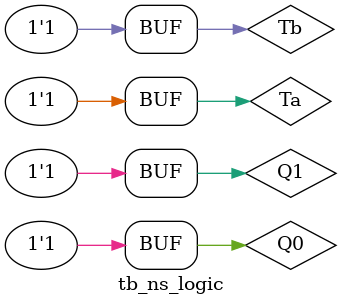
<source format=v>
`timescale 1ns/100ps

module tb_ns_logic;// testbench module name is tb_ns_logic
	reg Ta, Tb, Q1, Q0; // 1bit reg
	wire D1, D0;// 1bit wire
	
	//instance name is test_ns, use ns_logic
	ns_logic test_ns (.Ta(Ta), .Tb(Tb), .Q1(Q1), .Q0(Q0), .D1(D1), .D0(D0));

	
	initial begin // start verificate testcases
	
	// q1q0 00 
	
	Q1 =0; Q0 = 0;
	// d1d0= 01
	Ta =0; Tb = 0; #10;
	Ta =0; Tb = 1; #10;
	//d1d0 =00 
	Ta =1; Tb = 0; #10;
	Ta =1; Tb = 1; #10;
	
	//d1d0 =10, q1q0 01
	Q1 =0; Q0 =1; 	
	Ta =0; Tb = 0; #10;
	Ta =0; Tb = 1; #10;
	Ta =1; Tb = 0; #10;
	Ta =1; Tb = 1; #10;
	
	//d1d0 =11, q1q0 10
	Q1=1; Q0=0;
	Ta=1; Tb=0; #10;
	Ta=0; Tb=0;  #10;
	
	//d1d0 =10, q1q0 =10
	Q1 =1; Q0 =0;
	Ta =1; Tb = 1; #10;
	Ta =0; Tb = 1; #10;
	
	//d1d0 =00, q1q0 =11
	Q1 =1; Q0 =1;
	Ta =0; Tb = 0; #10;
	Ta =0; Tb = 1; #10;
	Ta =1; Tb = 0; #10;
	Ta =1; Tb = 1; #10;
	
	end
endmodule

</source>
